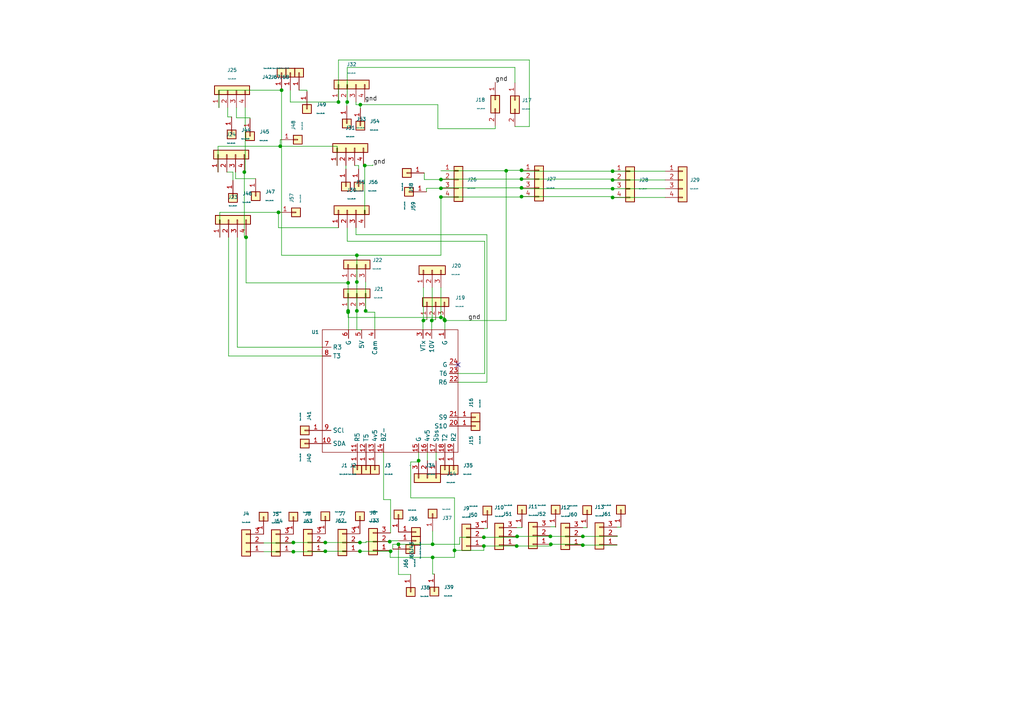
<source format=kicad_sch>
(kicad_sch (version 20230121) (generator eeschema)
  (paper "A4")
  (lib_symbols
    (symbol "Connector_Generic:Conn_01x01" (pin_names (offset 1.016) hide)
      (property "Reference" "J" (at 0 2.54 0))
      (property "Value" "Conn_01x01" (at 0 -2.54 0))
      (symbol "Conn_01x01_1_1"
        (rectangle (start -1.27 0.127) (end 0 -0.127) (stroke (width 0.1524)))
        (rectangle (start -1.27 1.27) (end 1.27 -1.27) (stroke (width 0.254)) (fill (type background)))
        (pin passive line (at -5.08 0 0) (length 3.81) (name "Pin_1") (number "1"))
      )
    )
    (symbol "Connector_Generic:Conn_01x03" (pin_names (offset 1.016) hide)
      (property "Reference" "J" (at 0 5.08 0))
      (property "Value" "Conn_01x03" (at 0 -5.08 0))
      (symbol "Conn_01x03_1_1"
        (rectangle (start -1.27 -2.413) (end 0 -2.667) (stroke (width 0.1524)))
        (rectangle (start -1.27 0.127) (end 0 -0.127) (stroke (width 0.1524)))
        (rectangle (start -1.27 2.667) (end 0 2.413) (stroke (width 0.1524)))
        (rectangle (start -1.27 3.81) (end 1.27 -3.81) (stroke (width 0.254)) (fill (type background)))
        (pin passive line (at -5.08 2.54 0) (length 3.81) (name "Pin_1") (number "1"))
        (pin passive line (at -5.08 0 0) (length 3.81) (name "Pin_2") (number "2"))
        (pin passive line (at -5.08 -2.54 0) (length 3.81) (name "Pin_3") (number "3"))
      )
    )
    (symbol "Connector_Generic:Conn_01x04" (pin_names (offset 1.016) hide)
      (property "Reference" "J" (at 0 5.08 0))
      (property "Value" "Conn_01x04" (at 0 -7.62 0))
      (symbol "Conn_01x04_1_1"
        (rectangle (start -1.27 -4.953) (end 0 -5.207) (stroke (width 0.1524)))
        (rectangle (start -1.27 -2.413) (end 0 -2.667) (stroke (width 0.1524)))
        (rectangle (start -1.27 0.127) (end 0 -0.127) (stroke (width 0.1524)))
        (rectangle (start -1.27 2.667) (end 0 2.413) (stroke (width 0.1524)))
        (rectangle (start -1.27 3.81) (end 1.27 -6.35) (stroke (width 0.254)) (fill (type background)))
        (pin passive line (at -5.08 2.54 0) (length 3.81) (name "Pin_1") (number "1"))
        (pin passive line (at -5.08 0 0) (length 3.81) (name "Pin_2") (number "2"))
        (pin passive line (at -5.08 -2.54 0) (length 3.81) (name "Pin_3") (number "3"))
        (pin passive line (at -5.08 -5.08 0) (length 3.81) (name "Pin_4") (number "4"))
      )
    )
    (symbol "Connector_Generic:Conn_02x01" (pin_names (offset 1.016) hide)
      (property "Reference" "J" (at 1.27 2.54 0))
      (property "Value" "Conn_02x01" (at 1.27 -2.54 0))
      (symbol "Conn_02x01_1_1"
        (rectangle (start -1.27 0.127) (end 0 -0.127) (stroke (width 0.1524)))
        (rectangle (start -1.27 1.27) (end 3.81 -1.27) (stroke (width 0.254)) (fill (type background)))
        (rectangle (start 3.81 0.127) (end 2.54 -0.127) (stroke (width 0.1524)))
        (pin passive line (at -5.08 0 0) (length 3.81) (name "Pin_1") (number "1"))
        (pin passive line (at 7.62 0 180) (length 3.81) (name "Pin_2") (number "2"))
      )
    )
    (symbol "Mateksys:F405_miniTE"
      (property "Reference" "U" (at 0 0 0))
      (symbol "F405_miniTE_0_1"
        (rectangle (start -25.4 39.37) (end 13.97 3.81))
      )
      (symbol "F405_miniTE_1_1"
        (pin input line (at 10.16 39.37 270) (length 2.54) (name "G") (number "1"))
        (pin input line (at -25.4 6.35 0) (length 2.54) (name "SDA") (number "10"))
        (pin input line (at -15.24 3.81 90) (length 2.54) (name "R5") (number "11"))
        (pin input line (at -12.7 3.81 90) (length 2.54) (name "T5") (number "12"))
        (pin input line (at -10.16 3.81 90) (length 2.54) (name "4v5") (number "13"))
        (pin input line (at -7.62 3.81 90) (length 2.54) (name "BZ-") (number "14"))
        (pin input line (at 2.54 3.81 90) (length 2.54) (name "G") (number "15"))
        (pin input line (at 5.08 3.81 90) (length 2.54) (name "4v5") (number "16"))
        (pin input line (at 7.62 3.81 90) (length 2.54) (name "Sbs") (number "17"))
        (pin input line (at 10.16 3.81 90) (length 2.54) (name "T2") (number "18"))
        (pin input line (at 12.7 3.81 90) (length 2.54) (name "R2") (number "19"))
        (pin input line (at 6.35 39.37 270) (length 2.54) (name "10V") (number "2"))
        (pin input line (at 13.97 11.43 180) (length 2.54) (name "S10") (number "20"))
        (pin input line (at 13.97 13.97 180) (length 2.54) (name "S9") (number "21"))
        (pin input line (at 13.97 24.13 180) (length 2.54) (name "R6") (number "22"))
        (pin input line (at 13.97 26.67 180) (length 2.54) (name "T6") (number "23"))
        (pin input line (at 13.97 29.21 180) (length 2.54) (name "G") (number "24"))
        (pin input line (at 3.81 39.37 270) (length 2.54) (name "VTx") (number "3"))
        (pin input line (at -10.16 39.37 270) (length 2.54) (name "Cam") (number "4"))
        (pin input line (at -13.97 39.37 270) (length 2.54) (name "5V") (number "5"))
        (pin input line (at -17.78 39.37 270) (length 2.54) (name "G") (number "6"))
        (pin input line (at -25.4 34.29 0) (length 2.54) (name "R3") (number "7"))
        (pin input line (at -25.4 31.75 0) (length 2.54) (name "T3") (number "8"))
        (pin input line (at -25.4 10.16 0) (length 2.54) (name "SCl") (number "9"))
      )
    )
  )
  (junction (at 131.826 159.639))
  (junction (at 151.257 51.943))
  (junction (at 140.335 158.369))
  (junction (at 113.03 157.099))
  (junction (at 104.521 30.353))
  (junction (at 149.987 155.575))
  (junction (at 122.809 92.964))
  (junction (at 127.889 54.61))
  (junction (at 85.09 160.02))
  (junction (at 159.766 157.861))
  (junction (at 125.476 161.671))
  (junction (at 70.866 49.911))
  (junction (at 177.673 52.197))
  (junction (at 129.032 92.964))
  (junction (at 81.28 42.418))
  (junction (at 149.86 158.369))
  (junction (at 127.889 52.07))
  (junction (at 127.889 92.075))
  (junction (at 94.361 157.353))
  (junction (at 151.257 49.403))
  (junction (at 71.374 68.834))
  (junction (at 151.257 57.023))
  (junction (at 125.222 92.964))
  (junction (at 151.257 54.483))
  (junction (at 125.476 157.861))
  (junction (at 104.394 159.893))
  (junction (at 81.661 26.162))
  (junction (at 177.673 54.737))
  (junction (at 103.505 81.788))
  (junction (at 115.57 157.861))
  (junction (at 100.711 29.591))
  (junction (at 159.639 155.575))
  (junction (at 80.772 61.595))
  (junction (at 100.965 90.551))
  (junction (at 177.673 57.277))
  (junction (at 169.037 158.115))
  (junction (at 106.045 90.17))
  (junction (at 121.412 133.604))
  (junction (at 104.394 157.353))
  (junction (at 103.505 74.041))
  (junction (at 105.791 48.006))
  (junction (at 98.171 29.591))
  (junction (at 100.965 90.17))
  (junction (at 127.889 57.15))
  (junction (at 100.965 82.042))
  (junction (at 146.812 49.53))
  (junction (at 85.09 157.353))
  (junction (at 128.905 92.71))
  (junction (at 103.505 90.17))
  (junction (at 177.673 49.657))
  (junction (at 140.335 155.829))
  (junction (at 94.361 159.893))
  (junction (at 169.037 155.575))
  (junction (at 113.284 159.893))
  (no_connect (at 132.842 105.791))
  (wire (pts (xy 66.04 33.909) (xy 67.183 33.909)))
  (wire (pts (xy 133.35 155.829) (xy 140.335 155.829)))
  (wire (pts (xy 100.584 30.734) (xy 100.584 29.591)))
  (wire (pts (xy 113.919 157.861) (xy 115.57 157.861)))
  (wire (pts (xy 140.335 159.639) (xy 140.335 158.369)))
  (wire (pts (xy 128.016 54.483) (xy 128.016 54.61)))
  (wire (pts (xy 81.28 42.418) (xy 97.79 42.418)))
  (wire (pts (xy 128.905 92.075) (xy 128.905 92.71)))
  (wire (pts (xy 104.013 48.006) (xy 104.013 49.022)))
  (wire (pts (xy 149.86 153.035) (xy 151.384 153.035)))
  (wire (pts (xy 121.412 131.191) (xy 121.412 133.604)))
  (wire (pts (xy 177.673 57.277) (xy 192.913 57.277)))
  (wire (pts (xy 131.826 159.639) (xy 140.335 159.639)))
  (wire (pts (xy 100.965 82.042) (xy 71.374 82.042)))
  (wire (pts (xy 70.866 49.911) (xy 70.866 68.834)))
  (wire (pts (xy 103.251 30.353) (xy 104.521 30.353)))
  (wire (pts (xy 66.294 103.251) (xy 93.472 103.251)))
  (wire (pts (xy 98.171 17.399) (xy 98.171 29.591)))
  (wire (pts (xy 126.365 92.71) (xy 125.095 92.71)))
  (wire (pts (xy 140.589 69.977) (xy 100.711 69.977)))
  (wire (pts (xy 123.698 54.61) (xy 123.698 55.626)))
  (wire (pts (xy 125.476 154.051) (xy 125.476 157.861)))
  (wire (pts (xy 151.257 54.483) (xy 128.016 54.483)))
  (wire (pts (xy 105.41 48.006) (xy 105.791 48.006)))
  (wire (pts (xy 84.963 157.48) (xy 76.454 157.48)))
  (wire (pts (xy 123.19 92.964) (xy 122.809 92.964)))
  (wire (pts (xy 115.57 156.845) (xy 113.03 156.845)))
  (wire (pts (xy 101.092 90.551) (xy 100.965 90.551)))
  (wire (pts (xy 127.889 51.943) (xy 127.889 52.07)))
  (wire (pts (xy 149.352 36.703) (xy 153.543 36.703)))
  (wire (pts (xy 100.965 82.042) (xy 100.965 90.17)))
  (wire (pts (xy 115.57 157.861) (xy 125.476 157.861)))
  (wire (pts (xy 129.032 95.631) (xy 129.032 92.964)))
  (wire (pts (xy 108.077 47.879) (xy 108.077 48.006)))
  (wire (pts (xy 149.352 24.003) (xy 149.352 19.558)))
  (wire (pts (xy 125.476 166.497) (xy 125.984 166.497)))
  (wire (pts (xy 127.889 57.15) (xy 151.257 57.15)))
  (wire (pts (xy 84.201 29.591) (xy 98.171 29.591)))
  (wire (pts (xy 113.157 161.671) (xy 113.157 160.401)))
  (wire (pts (xy 97.79 42.418) (xy 97.79 48.006)))
  (wire (pts (xy 143.637 37.338) (xy 143.637 36.576)))
  (wire (pts (xy 81.661 26.162) (xy 63.5 26.162)))
  (wire (pts (xy 81.661 74.041) (xy 103.505 74.041)))
  (wire (pts (xy 177.673 49.657) (xy 151.257 49.657)))
  (wire (pts (xy 119.126 133.985) (xy 119.126 144.399)))
  (wire (pts (xy 179.07 155.575) (xy 179.07 155.448)))
  (wire (pts (xy 106.172 157.099) (xy 106.172 157.353)))
  (wire (pts (xy 151.384 153.035) (xy 151.384 152.908)))
  (wire (pts (xy 108.204 47.879) (xy 108.077 47.879)))
  (wire (pts (xy 141.224 110.871) (xy 132.842 110.871)))
  (wire (pts (xy 100.965 90.551) (xy 100.965 92.075)))
  (wire (pts (xy 151.257 51.943) (xy 177.673 51.943)))
  (wire (pts (xy 103.251 68.072) (xy 141.224 68.072)))
  (wire (pts (xy 63.246 49.911) (xy 63.246 42.418)))
  (wire (pts (xy 80.772 61.595) (xy 63.754 61.595)))
  (wire (pts (xy 100.584 29.591) (xy 100.711 29.591)))
  (wire (pts (xy 149.987 155.575) (xy 159.639 155.575)))
  (wire (pts (xy 149.987 155.829) (xy 149.987 155.575)))
  (wire (pts (xy 125.476 157.861) (xy 133.35 157.861)))
  (wire (pts (xy 113.284 154.559) (xy 113.284 144.907)))
  (wire (pts (xy 119.126 144.399) (xy 131.826 144.399)))
  (wire (pts (xy 105.791 48.006) (xy 108.077 48.006)))
  (wire (pts (xy 179.07 155.448) (xy 178.943 155.448)))
  (wire (pts (xy 68.326 49.911) (xy 68.326 51.816)))
  (wire (pts (xy 108.712 90.551) (xy 106.045 90.551)))
  (wire (pts (xy 146.812 92.964) (xy 146.812 49.53)))
  (wire (pts (xy 100.965 82.042) (xy 100.965 81.788)))
  (wire (pts (xy 125.222 92.964) (xy 125.349 92.964)))
  (wire (pts (xy 149.352 19.558) (xy 100.711 19.558)))
  (wire (pts (xy 66.04 31.242) (xy 66.04 33.909)))
  (wire (pts (xy 85.09 157.099) (xy 85.09 157.353)))
  (wire (pts (xy 140.335 153.289) (xy 141.351 153.289)))
  (wire (pts (xy 100.711 19.558) (xy 100.711 29.591)))
  (wire (pts (xy 127.889 52.07) (xy 123.063 52.07)))
  (wire (pts (xy 141.224 68.072) (xy 141.224 110.871)))
  (wire (pts (xy 111.252 131.191) (xy 111.252 144.907)))
  (wire (pts (xy 149.86 158.369) (xy 159.766 158.369)))
  (wire (pts (xy 131.826 144.399) (xy 131.826 159.639)))
  (wire (pts (xy 122.809 92.964) (xy 122.809 83.439)))
  (wire (pts (xy 123.952 133.604) (xy 123.952 131.191)))
  (wire (pts (xy 151.257 57.023) (xy 177.673 57.023)))
  (wire (pts (xy 104.394 157.353) (xy 106.172 157.353)))
  (wire (pts (xy 105.791 48.006) (xy 105.791 66.04)))
  (wire (pts (xy 81.28 42.418) (xy 81.28 40.513)))
  (wire (pts (xy 103.505 95.631) (xy 104.902 95.631)))
  (wire (pts (xy 71.12 49.911) (xy 70.866 49.911)))
  (wire (pts (xy 106.045 90.17) (xy 106.045 81.788)))
  (wire (pts (xy 159.766 157.861) (xy 159.639 157.861)))
  (wire (pts (xy 159.766 157.861) (xy 169.037 157.861)))
  (wire (pts (xy 159.639 152.781) (xy 161.163 152.781)))
  (wire (pts (xy 151.257 49.657) (xy 151.257 49.403)))
  (wire (pts (xy 100.33 48.006) (xy 100.33 49.022)))
  (wire (pts (xy 94.361 160.02) (xy 94.361 159.893)))
  (wire (pts (xy 127.889 74.041) (xy 127.889 57.15)))
  (wire (pts (xy 86.741 26.162) (xy 89.027 26.162)))
  (wire (pts (xy 71.12 31.242) (xy 71.12 49.911)))
  (wire (pts (xy 67.564 49.911) (xy 67.564 52.324)))
  (wire (pts (xy 85.09 160.02) (xy 94.361 160.02)))
  (wire (pts (xy 127.889 92.075) (xy 128.905 92.075)))
  (wire (pts (xy 129.032 92.71) (xy 129.032 92.964)))
  (wire (pts (xy 146.812 49.403) (xy 151.257 49.403)))
  (wire (pts (xy 121.412 133.604) (xy 121.412 133.985)))
  (wire (pts (xy 127.889 54.61) (xy 123.698 54.61)))
  (wire (pts (xy 169.037 153.035) (xy 170.307 153.035)))
  (wire (pts (xy 125.095 92.71) (xy 125.095 92.964)))
  (wire (pts (xy 122.682 95.631) (xy 122.682 92.964)))
  (wire (pts (xy 103.251 66.04) (xy 103.251 68.072)))
  (wire (pts (xy 132.842 108.331) (xy 140.589 108.331)))
  (wire (pts (xy 125.222 95.631) (xy 125.222 92.964)))
  (wire (pts (xy 159.766 158.369) (xy 159.766 157.861)))
  (wire (pts (xy 127 37.338) (xy 143.637 37.338)))
  (wire (pts (xy 93.472 100.711) (xy 68.834 100.711)))
  (wire (pts (xy 123.825 92.71) (xy 123.19 92.71)))
  (wire (pts (xy 103.505 74.041) (xy 103.505 81.788)))
  (wire (pts (xy 85.09 157.353) (xy 85.09 157.48)))
  (wire (pts (xy 141.351 153.289) (xy 141.351 153.162)))
  (wire (pts (xy 71.374 68.834) (xy 71.374 82.042)))
  (wire (pts (xy 126.492 133.604) (xy 126.492 131.191)))
  (wire (pts (xy 192.913 49.657) (xy 177.673 49.657)))
  (wire (pts (xy 128.905 92.71) (xy 129.032 92.71)))
  (wire (pts (xy 127.889 54.61) (xy 128.016 54.61)))
  (wire (pts (xy 153.543 17.399) (xy 98.171 17.399)))
  (wire (pts (xy 103.251 29.591) (xy 103.251 30.353)))
  (wire (pts (xy 123.19 92.71) (xy 123.19 92.964)))
  (wire (pts (xy 125.476 161.671) (xy 131.826 161.671)))
  (wire (pts (xy 98.171 66.04) (xy 80.772 66.04)))
  (wire (pts (xy 70.866 68.834) (xy 71.374 68.834)))
  (wire (pts (xy 125.349 83.439) (xy 125.349 92.964)))
  (wire (pts (xy 76.454 160.02) (xy 85.09 160.02)))
  (wire (pts (xy 140.589 108.331) (xy 140.589 69.977)))
  (wire (pts (xy 104.521 31.369) (xy 104.521 30.353)))
  (wire (pts (xy 125.095 92.964) (xy 125.222 92.964)))
  (wire (pts (xy 101.092 95.631) (xy 101.092 90.551)))
  (wire (pts (xy 127.889 51.943) (xy 151.257 51.943)))
  (wire (pts (xy 66.294 68.834) (xy 66.294 103.251)))
  (wire (pts (xy 161.163 152.781) (xy 161.163 152.908)))
  (wire (pts (xy 100.965 90.17) (xy 100.965 90.551)))
  (wire (pts (xy 63.246 42.418) (xy 81.28 42.418)))
  (wire (pts (xy 159.639 155.575) (xy 169.037 155.575)))
  (wire (pts (xy 151.257 57.15) (xy 151.257 57.023)))
  (wire (pts (xy 131.826 159.639) (xy 131.826 161.671)))
  (wire (pts (xy 103.505 74.041) (xy 127.889 74.041)))
  (wire (pts (xy 68.58 31.242) (xy 68.58 34.163)))
  (wire (pts (xy 159.639 155.321) (xy 159.639 155.575)))
  (wire (pts (xy 113.284 144.907) (xy 111.252 144.907)))
  (wire (pts (xy 146.812 49.53) (xy 146.812 49.403)))
  (wire (pts (xy 177.673 54.737) (xy 151.257 54.737)))
  (wire (pts (xy 104.394 159.893) (xy 113.284 159.893)))
  (wire (pts (xy 84.963 157.099) (xy 85.09 157.099)))
  (wire (pts (xy 149.86 158.115) (xy 149.86 158.369)))
  (wire (pts (xy 94.361 159.893) (xy 104.394 159.893)))
  (wire (pts (xy 177.673 52.197) (xy 177.673 51.943)))
  (wire (pts (xy 122.682 92.964) (xy 122.809 92.964)))
  (wire (pts (xy 89.027 26.162) (xy 89.027 26.543)))
  (wire (pts (xy 123.063 52.07) (xy 123.063 50.165)))
  (wire (pts (xy 65.786 49.911) (xy 67.564 49.911)))
  (wire (pts (xy 129.032 92.964) (xy 146.812 92.964)))
  (wire (pts (xy 115.57 157.861) (xy 115.57 166.624)))
  (wire (pts (xy 192.913 52.197) (xy 177.673 52.197)))
  (wire (pts (xy 192.913 54.737) (xy 177.673 54.737)))
  (wire (pts (xy 140.335 155.829) (xy 149.987 155.829)))
  (wire (pts (xy 178.943 158.115) (xy 178.943 157.988)))
  (wire (pts (xy 81.661 26.162) (xy 81.661 74.041)))
  (wire (pts (xy 169.037 157.861) (xy 169.037 158.115)))
  (wire (pts (xy 113.284 159.893) (xy 113.284 160.401)))
  (wire (pts (xy 113.919 159.258) (xy 113.919 157.861)))
  (wire (pts (xy 72.517 34.163) (xy 72.517 34.417)))
  (wire (pts (xy 84.963 157.48) (xy 84.963 157.099)))
  (wire (pts (xy 121.412 133.985) (xy 119.126 133.985)))
  (wire (pts (xy 133.35 157.861) (xy 133.35 155.829)))
  (wire (pts (xy 80.772 66.04) (xy 80.772 61.595)))
  (wire (pts (xy 149.86 155.575) (xy 149.987 155.575)))
  (wire (pts (xy 127.889 92.075) (xy 127.889 83.439)))
  (wire (pts (xy 84.201 26.162) (xy 84.201 29.591)))
  (wire (pts (xy 68.834 100.711) (xy 68.834 68.834)))
  (wire (pts (xy 177.673 57.023) (xy 177.673 57.277)))
  (wire (pts (xy 108.712 95.631) (xy 108.712 90.551)))
  (wire (pts (xy 68.326 51.816) (xy 74.168 51.816)))
  (wire (pts (xy 169.037 158.115) (xy 178.943 158.115)))
  (wire (pts (xy 106.045 90.17) (xy 106.045 90.551)))
  (wire (pts (xy 115.57 166.624) (xy 119.126 166.624)))
  (wire (pts (xy 113.284 159.639) (xy 113.284 159.893)))
  (wire (pts (xy 102.87 48.006) (xy 104.013 48.006)))
  (wire (pts (xy 68.58 34.163) (xy 72.517 34.163)))
  (wire (pts (xy 104.521 30.353) (xy 127 30.353)))
  (wire (pts (xy 103.505 90.17) (xy 103.505 95.631)))
  (wire (pts (xy 178.943 152.908) (xy 180.086 152.908)))
  (wire (pts (xy 103.505 81.788) (xy 103.505 90.17)))
  (wire (pts (xy 63.754 61.595) (xy 63.754 68.834)))
  (wire (pts (xy 113.03 156.845) (xy 113.03 157.099)))
  (wire (pts (xy 100.965 92.075) (xy 127.889 92.075)))
  (wire (pts (xy 153.543 36.703) (xy 153.543 17.399)))
  (wire (pts (xy 151.257 54.737) (xy 151.257 54.483)))
  (wire (pts (xy 169.037 155.575) (xy 179.07 155.575)))
  (wire (pts (xy 63.5 26.162) (xy 63.5 31.242)))
  (wire (pts (xy 127.889 49.53) (xy 146.812 49.53)))
  (wire (pts (xy 85.09 157.353) (xy 94.361 157.353)))
  (wire (pts (xy 94.361 157.353) (xy 104.394 157.353)))
  (wire (pts (xy 113.157 160.401) (xy 113.284 160.401)))
  (wire (pts (xy 127 30.353) (xy 127 37.338)))
  (wire (pts (xy 140.335 158.369) (xy 149.86 158.369)))
  (wire (pts (xy 125.476 161.671) (xy 125.476 166.497)))
  (wire (pts (xy 100.711 69.977) (xy 100.711 66.04)))
  (wire (pts (xy 113.03 157.099) (xy 113.284 157.099)))
  (wire (pts (xy 106.172 157.099) (xy 113.03 157.099)))
  (wire (pts (xy 113.157 161.671) (xy 125.476 161.671)))
  (label "gnd" (at 108.204 47.879 0))
  (label "gnd" (at 105.791 29.591 0))
  (label "gnd" (at 135.763 92.964 0))
  (label "gnd" (at 143.637 23.876 0))
  (symbol (lib_id "Connector_Generic:Conn_01x01") (at 137.922 121.031 0) (unit 1)
    (property "Reference" "J16" (at 136.652 118.237 90) (effects (font (size 1 1)) (justify left)))
    (property "Value" "Conn_01x01" (at 139.192 118.237 90) (effects (font (size 0.26 0.26)) (justify left)))
    (property "Footprint" "Matek_Library:SolderWirePad_1x01_SMD_1x1mm" (effects hide))
  )
  (symbol (lib_id "Connector_Generic:Conn_01x03") (at 123.952 138.684 270) (unit 1)
    (property "Reference" "J14" (at 129.54 137.414 90) (effects (font (size 1 1)) (justify left)))
    (property "Value" "Conn_01x03" (at 129.54 139.954 90) (effects (font (size 0.26 0.26)) (justify left)))
    (property "Footprint" "Connector_PinHeader_2.54mm:PinHeader_1x03_P2.54mm_Vertical" (effects hide))
  )
  (symbol (lib_id "Connector_Generic:Conn_01x01") (at 100.33 54.102 270) (unit 1)
    (property "Reference" "J55" (at 103.124 52.832 90) (effects (font (size 1 1)) (justify left)))
    (property "Value" "Conn_01x01" (at 103.124 55.372 90) (effects (font (size 0.26 0.26)) (justify left)))
    (property "Footprint" "Matek_Library:SolderWirePad_1x01_SMD_1x1mm" (effects hide))
  )
  (symbol (lib_id "Connector_Generic:Conn_01x03") (at 103.505 76.708 90) (unit 1)
    (property "Reference" "J22" (at 108.077 75.438 90) (effects (font (size 1 1)) (justify right)))
    (property "Value" "Conn_01x03" (at 108.077 77.978 90) (effects (font (size 0.26 0.26)) (justify right)))
    (property "Footprint" "Connector_PinHeader_2.54mm:PinHeader_1x03_P2.54mm_Vertical" (effects hide))
  )
  (symbol (lib_id "Connector_Generic:Conn_01x03") (at 89.281 157.353 180) (unit 1)
    (property "Reference" "J6" (at 89.281 148.971 0) (effects (font (size 1 1))))
    (property "Value" "Conn_01x03" (at 89.281 151.511 0) (effects (font (size 0.26 0.26))))
    (property "Footprint" "Connector_PinHeader_2.54mm:PinHeader_1x03_P2.54mm_Vertical" (effects hide))
  )
  (symbol (lib_id "Connector_Generic:Conn_01x03") (at 108.204 157.099 180) (unit 1)
    (property "Reference" "J8" (at 108.204 148.717 0) (effects (font (size 1 1))))
    (property "Value" "Conn_01x03" (at 108.204 151.257 0) (effects (font (size 0.26 0.26))))
    (property "Footprint" "Connector_PinHeader_2.54mm:PinHeader_1x03_P2.54mm_Vertical" (effects hide))
  )
  (symbol (lib_id "Connector_Generic:Conn_01x03") (at 144.78 155.575 180) (unit 1)
    (property "Reference" "J10" (at 144.78 147.193 0) (effects (font (size 1 1))))
    (property "Value" "Conn_01x03" (at 144.78 149.733 0) (effects (font (size 0.26 0.26))))
    (property "Footprint" "Connector_PinHeader_2.54mm:PinHeader_1x03_P2.54mm_Vertical" (effects hide))
  )
  (symbol (lib_id "Connector_Generic:Conn_02x01") (at 143.637 28.956 270) (unit 1)
    (property "Reference" "J18" (at 140.716 28.956 90) (effects (font (size 1 1)) (justify right)))
    (property "Value" "Conn_02x01" (at 140.716 31.496 90) (effects (font (size 0.26 0.26)) (justify right)))
    (property "Footprint" "Connector_PinSocket_2.54mm:PinSocket_2x01_P2.54mm_Vertical" (effects hide))
  )
  (symbol (lib_id "Connector_Generic:Conn_01x03") (at 103.505 85.09 90) (unit 1)
    (property "Reference" "J21" (at 108.458 83.82 90) (effects (font (size 1 1)) (justify right)))
    (property "Value" "Conn_01x03" (at 108.458 86.36 90) (effects (font (size 0.26 0.26)) (justify right)))
    (property "Footprint" "Connector_PinHeader_2.54mm:PinHeader_1x03_P2.54mm_Vertical" (effects hide))
  )
  (symbol (lib_id "Connector_Generic:Conn_01x01") (at 120.65 156.845 0) (mirror x) (unit 1)
    (property "Reference" "J65" (at 119.38 159.639 90) (effects (font (size 1 1)) (justify left)))
    (property "Value" "Conn_01x01" (at 121.92 159.639 90) (effects (font (size 0.26 0.26)) (justify left)))
    (property "Footprint" "Matek_Library:SolderWirePad_1x01_SMD_1x1mm" (effects hide))
  )
  (symbol (lib_id "Connector_Generic:Conn_01x01") (at 151.384 147.828 90) (unit 1)
    (property "Reference" "J51" (at 148.59 149.098 90) (effects (font (size 1 1)) (justify left)))
    (property "Value" "Conn_01x01" (at 148.59 146.558 90) (effects (font (size 0.26 0.26)) (justify left)))
    (property "Footprint" "Matek_Library:SolderWirePad_1x01_SMD_1x1mm" (effects hide))
  )
  (symbol (lib_id "Connector_Generic:Conn_01x01") (at 104.394 149.733 270) (mirror x) (unit 1)
    (property "Reference" "J33" (at 107.188 151.003 90) (effects (font (size 1 1)) (justify left)))
    (property "Value" "Conn_01x01" (at 107.188 148.463 90) (effects (font (size 0.26 0.26)) (justify left)))
    (property "Footprint" "Matek_Library:SolderWirePad_1x01_SMD_1x1mm" (effects hide))
  )
  (symbol (lib_id "Connector_Generic:Conn_01x03") (at 163.957 155.575 180) (unit 1)
    (property "Reference" "J12" (at 163.957 147.193 0) (effects (font (size 1 1))))
    (property "Value" "Conn_01x03" (at 163.957 149.733 0) (effects (font (size 0.26 0.26))))
    (property "Footprint" "Connector_PinHeader_2.54mm:PinHeader_1x03_P2.54mm_Vertical" (effects hide))
  )
  (symbol (lib_id "Mateksys:F405_miniTE") (at 118.872 135.001 0) (unit 1)
    (property "Reference" "U1" (at 91.44 96.3229 0) (effects (font (size 1 1))))
    (property "Value" "~" (at 118.872 135.001 0) (effects (font (size 0.26 0.26))))
    (property "Footprint" "Matek_Library:Matek_mini_fte" (effects hide))
  )
  (symbol (lib_id "Connector_Generic:Conn_01x01") (at 141.351 148.082 90) (unit 1)
    (property "Reference" "J50" (at 138.557 149.352 90) (effects (font (size 1 1)) (justify left)))
    (property "Value" "Conn_01x01" (at 138.557 146.812 90) (effects (font (size 0.26 0.26)) (justify left)))
    (property "Footprint" "Matek_Library:SolderWirePad_1x01_SMD_1x1mm" (effects hide))
  )
  (symbol (lib_id "Connector_Generic:Conn_01x01") (at 170.307 147.955 90) (unit 1)
    (property "Reference" "J60" (at 167.513 149.225 90) (effects (font (size 1 1)) (justify left)))
    (property "Value" "Conn_01x01" (at 167.513 146.685 90) (effects (font (size 0.26 0.26)) (justify left)))
    (property "Footprint" "Matek_Library:SolderWirePad_1x01_SMD_1x1mm" (effects hide))
  )
  (symbol (lib_id "Connector_Generic:Conn_01x01") (at 88.392 128.651 180) (unit 1)
    (property "Reference" "J40" (at 89.662 131.445 90) (effects (font (size 1 1)) (justify left)))
    (property "Value" "Conn_01x01" (at 87.122 131.445 90) (effects (font (size 0.26 0.26)) (justify left)))
    (property "Footprint" "Matek_Library:SolderWirePad_1x01_SMD_1x1mm" (effects hide))
  )
  (symbol (lib_id "Connector_Generic:Conn_01x01") (at 104.521 36.449 270) (unit 1)
    (property "Reference" "J54" (at 107.315 35.179 90) (effects (font (size 1 1)) (justify left)))
    (property "Value" "Conn_01x01" (at 107.315 37.719 90) (effects (font (size 0.26 0.26)) (justify left)))
    (property "Footprint" "Matek_Library:SolderWirePad_1x01_SMD_1x1mm" (effects hide))
  )
  (symbol (lib_id "Connector_Generic:Conn_01x01") (at 131.572 136.271 270) (unit 1)
    (property "Reference" "J35" (at 134.366 135.001 90) (effects (font (size 1 1)) (justify left)))
    (property "Value" "Conn_01x01" (at 134.366 137.541 90) (effects (font (size 0.26 0.26)) (justify left)))
    (property "Footprint" "Matek_Library:SolderWirePad_1x01_SMD_1x1mm" (effects hide))
  )
  (symbol (lib_id "Connector_Generic:Conn_01x01") (at 67.564 57.404 270) (unit 1)
    (property "Reference" "J46" (at 70.358 56.134 90) (effects (font (size 1 1)) (justify left)))
    (property "Value" "Conn_01x01" (at 70.358 58.674 90) (effects (font (size 0.26 0.26)) (justify left)))
    (property "Footprint" "Matek_Library:SolderWirePad_1x01_SMD_1x1mm" (effects hide))
  )
  (symbol (lib_id "Connector_Generic:Conn_01x01") (at 104.013 54.102 270) (unit 1)
    (property "Reference" "J56" (at 106.807 52.832 90) (effects (font (size 1 1)) (justify left)))
    (property "Value" "Conn_01x01" (at 106.807 55.372 90) (effects (font (size 0.26 0.26)) (justify left)))
    (property "Footprint" "Matek_Library:SolderWirePad_1x01_SMD_1x1mm" (effects hide))
  )
  (symbol (lib_id "Connector_Generic:Conn_01x03") (at 125.349 78.359 90) (unit 1)
    (property "Reference" "J20" (at 130.937 77.089 90) (effects (font (size 1 1)) (justify right)))
    (property "Value" "Conn_01x03" (at 130.937 79.629 90) (effects (font (size 0.26 0.26)) (justify right)))
    (property "Footprint" "Connector_PinHeader_2.54mm:PinHeader_1x03_P2.54mm_Vertical" (effects hide))
  )
  (symbol (lib_id "Connector_Generic:Conn_01x04") (at 100.33 42.926 90) (unit 1)
    (property "Reference" "J31" (at 101.6 37.084 90) (effects (font (size 1 1))))
    (property "Value" "Conn_01x04" (at 101.6 39.624 90) (effects (font (size 0.26 0.26))))
    (property "Footprint" "Connector_PinHeader_2.54mm:PinHeader_1x04_P2.54mm_Vertical" (effects hide))
  )
  (symbol (lib_id "Connector_Generic:Conn_01x01") (at 108.712 136.271 270) (unit 1)
    (property "Reference" "J3" (at 111.506 135.001 90) (effects (font (size 1 1)) (justify left)))
    (property "Value" "Conn_01x01" (at 111.506 137.541 90) (effects (font (size 0.26 0.26)) (justify left)))
    (property "Footprint" "Matek_Library:SolderWirePad_1x01_SMD_1x1mm" (effects hide))
  )
  (symbol (lib_id "Connector_Generic:Conn_01x01") (at 84.201 21.082 90) (unit 1)
    (property "Reference" "J67" (at 81.407 22.352 90) (effects (font (size 1 1)) (justify left)))
    (property "Value" "Conn_01x01" (at 81.407 19.812 90) (effects (font (size 0.26 0.26)) (justify left)))
    (property "Footprint" "Matek_Library:SolderWirePad_1x01_SMD_1x1mm" (effects hide))
  )
  (symbol (lib_id "Connector_Generic:Conn_01x01") (at 161.163 147.828 90) (unit 1)
    (property "Reference" "J52" (at 158.369 149.098 90) (effects (font (size 1 1)) (justify left)))
    (property "Value" "Conn_01x01" (at 158.369 146.558 90) (effects (font (size 0.26 0.26)) (justify left)))
    (property "Footprint" "Matek_Library:SolderWirePad_1x01_SMD_1x1mm" (effects hide))
  )
  (symbol (lib_id "Connector_Generic:Conn_01x04") (at 156.337 51.943 0) (unit 1)
    (property "Reference" "J27" (at 158.496 51.943 0) (effects (font (size 1 1)) (justify left)))
    (property "Value" "Conn_01x04" (at 158.496 54.483 0) (effects (font (size 0.26 0.26)) (justify left)))
    (property "Footprint" "Connector_PinHeader_2.54mm:PinHeader_1x04_P2.54mm_Vertical" (effects hide))
  )
  (symbol (lib_id "Connector_Generic:Conn_01x01") (at 85.852 61.595 0) (unit 1)
    (property "Reference" "J57" (at 84.582 58.801 90) (effects (font (size 1 1)) (justify left)))
    (property "Value" "Conn_01x01" (at 87.122 58.801 90) (effects (font (size 0.26 0.26)) (justify left)))
    (property "Footprint" "Matek_Library:SolderWirePad_1x01_SMD_1x1mm" (effects hide))
  )
  (symbol (lib_id "Connector_Generic:Conn_01x01") (at 137.922 123.571 0) (mirror x) (unit 1)
    (property "Reference" "J15" (at 136.652 126.365 90) (effects (font (size 1 1)) (justify left)))
    (property "Value" "Conn_01x01" (at 139.192 126.365 90) (effects (font (size 0.26 0.26)) (justify left)))
    (property "Footprint" "Matek_Library:SolderWirePad_1x01_SMD_1x1mm" (effects hide))
  )
  (symbol (lib_id "Connector_Generic:Conn_01x04") (at 66.294 63.754 90) (unit 1)
    (property "Reference" "J23" (at 67.564 57.15 90) (effects (font (size 1 1))))
    (property "Value" "Conn_01x04" (at 67.564 59.69 90) (effects (font (size 0.26 0.26))))
    (property "Footprint" "Connector_PinHeader_2.54mm:PinHeader_1x04_P2.54mm_Vertical" (effects hide))
  )
  (symbol (lib_id "Connector_Generic:Conn_01x01") (at 81.661 21.082 90) (unit 1)
    (property "Reference" "J42" (at 78.867 22.352 90) (effects (font (size 1 1)) (justify left)))
    (property "Value" "Conn_01x01" (at 78.867 19.812 90) (effects (font (size 0.26 0.26)) (justify left)))
    (property "Footprint" "Matek_Library:SolderWirePad_1x01_SMD_1x1mm" (effects hide))
  )
  (symbol (lib_id "Connector_Generic:Conn_01x01") (at 86.36 40.513 0) (unit 1)
    (property "Reference" "J48" (at 85.09 37.719 90) (effects (font (size 1 1)) (justify left)))
    (property "Value" "Conn_01x01" (at 87.63 37.719 90) (effects (font (size 0.26 0.26)) (justify left)))
    (property "Footprint" "Matek_Library:SolderWirePad_1x01_SMD_1x1mm" (effects hide))
  )
  (symbol (lib_id "Connector_Generic:Conn_01x04") (at 197.993 52.197 0) (unit 1)
    (property "Reference" "J29" (at 200.152 52.197 0) (effects (font (size 1 1)) (justify left)))
    (property "Value" "Conn_01x04" (at 200.152 54.737 0) (effects (font (size 0.26 0.26)) (justify left)))
    (property "Footprint" "Connector_PinHeader_2.54mm:PinHeader_1x04_P2.54mm_Vertical" (effects hide))
  )
  (symbol (lib_id "Connector_Generic:Conn_01x01") (at 94.361 149.733 270) (mirror x) (unit 1)
    (property "Reference" "J62" (at 97.155 151.003 90) (effects (font (size 1 1)) (justify left)))
    (property "Value" "Conn_01x01" (at 97.155 148.463 90) (effects (font (size 0.26 0.26)) (justify left)))
    (property "Footprint" "Matek_Library:SolderWirePad_1x01_SMD_1x1mm" (effects hide))
  )
  (symbol (lib_id "Connector_Generic:Conn_01x01") (at 125.984 171.577 270) (unit 1)
    (property "Reference" "J39" (at 128.778 170.307 90) (effects (font (size 1 1)) (justify left)))
    (property "Value" "Conn_01x01" (at 128.778 172.847 90) (effects (font (size 0.26 0.26)) (justify left)))
    (property "Footprint" "Matek_Library:SolderWirePad_1x01_SMD_1x1mm" (effects hide))
  )
  (symbol (lib_id "Connector_Generic:Conn_01x04") (at 66.04 26.162 90) (unit 1)
    (property "Reference" "J25" (at 67.31 20.32 90) (effects (font (size 1 1))))
    (property "Value" "Conn_01x04" (at 67.31 22.86 90) (effects (font (size 0.26 0.26))))
    (property "Footprint" "Connector_PinHeader_2.54mm:PinHeader_1x04_P2.54mm_Vertical" (effects hide))
  )
  (symbol (lib_id "Connector_Generic:Conn_01x01") (at 67.183 38.989 270) (unit 1)
    (property "Reference" "J44" (at 69.977 37.719 90) (effects (font (size 1 1)) (justify left)))
    (property "Value" "Conn_01x01" (at 69.977 40.259 90) (effects (font (size 0.26 0.26)) (justify left)))
    (property "Footprint" "Matek_Library:SolderWirePad_1x01_SMD_1x1mm" (effects hide))
  )
  (symbol (lib_id "Connector_Generic:Conn_01x01") (at 100.584 35.814 270) (unit 1)
    (property "Reference" "J53" (at 103.378 34.544 90) (effects (font (size 1 1)) (justify left)))
    (property "Value" "Conn_01x01" (at 103.378 37.084 90) (effects (font (size 0.26 0.26)) (justify left)))
    (property "Footprint" "Matek_Library:SolderWirePad_1x01_SMD_1x1mm" (effects hide))
  )
  (symbol (lib_id "Connector_Generic:Conn_01x04") (at 65.786 44.831 90) (unit 1)
    (property "Reference" "J24" (at 67.056 38.989 90) (effects (font (size 1 1))))
    (property "Value" "Conn_01x04" (at 67.056 41.529 90) (effects (font (size 0.26 0.26))))
    (property "Footprint" "Connector_PinHeader_2.54mm:PinHeader_1x04_P2.54mm_Vertical" (effects hide))
  )
  (symbol (lib_id "Connector_Generic:Conn_01x01") (at 76.454 149.86 270) (mirror x) (unit 1)
    (property "Reference" "J64" (at 79.248 151.13 90) (effects (font (size 1 1)) (justify left)))
    (property "Value" "Conn_01x01" (at 79.248 148.59 90) (effects (font (size 0.26 0.26)) (justify left)))
    (property "Footprint" "Matek_Library:SolderWirePad_1x01_SMD_1x1mm" (effects hide))
  )
  (symbol (lib_id "Connector_Generic:Conn_01x03") (at 99.314 157.353 180) (unit 1)
    (property "Reference" "J7" (at 99.314 148.971 0) (effects (font (size 1 1))))
    (property "Value" "Conn_01x03" (at 99.314 151.511 0) (effects (font (size 0.26 0.26))))
    (property "Footprint" "Connector_PinHeader_2.54mm:PinHeader_1x03_P2.54mm_Vertical" (effects hide))
  )
  (symbol (lib_id "Connector_Generic:Conn_01x01") (at 88.392 124.841 0) (mirror y) (unit 1)
    (property "Reference" "J41" (at 89.662 122.047 90) (effects (font (size 1 1)) (justify left)))
    (property "Value" "Conn_01x01" (at 87.122 122.047 90) (effects (font (size 0.26 0.26)) (justify left)))
    (property "Footprint" "Matek_Library:SolderWirePad_1x01_SMD_1x1mm" (effects hide))
  )
  (symbol (lib_id "Connector_Generic:Conn_01x04") (at 100.711 24.511 90) (unit 1)
    (property "Reference" "J32" (at 101.981 18.669 90) (effects (font (size 1 1))))
    (property "Value" "Conn_01x04" (at 101.981 21.209 90) (effects (font (size 0.26 0.26))))
    (property "Footprint" "Connector_PinHeader_2.54mm:PinHeader_1x04_P2.54mm_Vertical" (effects hide))
  )
  (symbol (lib_id "Connector_Generic:Conn_01x01") (at 180.086 147.828 90) (unit 1)
    (property "Reference" "J61" (at 177.292 149.098 90) (effects (font (size 1 1)) (justify left)))
    (property "Value" "Conn_01x01" (at 177.292 146.558 90) (effects (font (size 0.26 0.26)) (justify left)))
    (property "Footprint" "Matek_Library:SolderWirePad_1x01_SMD_1x1mm" (effects hide))
  )
  (symbol (lib_id "Connector_Generic:Conn_01x03") (at 154.559 155.321 180) (unit 1)
    (property "Reference" "J11" (at 154.559 146.939 0) (effects (font (size 1 1))))
    (property "Value" "Conn_01x03" (at 154.559 149.479 0) (effects (font (size 0.26 0.26))))
    (property "Footprint" "Connector_PinHeader_2.54mm:PinHeader_1x03_P2.54mm_Vertical" (effects hide))
  )
  (symbol (lib_id "Connector_Generic:Conn_01x03") (at 135.255 155.829 180) (unit 1)
    (property "Reference" "J9" (at 135.255 147.447 0) (effects (font (size 1 1))))
    (property "Value" "Conn_01x03" (at 135.255 149.987 0) (effects (font (size 0.26 0.26))))
    (property "Footprint" "Connector_PinHeader_2.54mm:PinHeader_1x03_P2.54mm_Vertical" (effects hide))
  )
  (symbol (lib_id "Connector_Generic:Conn_01x01") (at 74.168 56.896 270) (unit 1)
    (property "Reference" "J47" (at 76.962 55.626 90) (effects (font (size 1 1)) (justify left)))
    (property "Value" "Conn_01x01" (at 76.962 58.166 90) (effects (font (size 0.26 0.26)) (justify left)))
    (property "Footprint" "Matek_Library:SolderWirePad_1x01_SMD_1x1mm" (effects hide))
  )
  (symbol (lib_id "Connector_Generic:Conn_01x01") (at 106.172 136.271 90) (mirror x) (unit 1)
    (property "Reference" "J2" (at 103.378 135.001 90) (effects (font (size 1 1)) (justify left)))
    (property "Value" "Conn_01x01" (at 103.378 137.541 90) (effects (font (size 0.26 0.26)) (justify left)))
    (property "Footprint" "Matek_Library:SolderWirePad_1x01_SMD_1x1mm" (effects hide))
  )
  (symbol (lib_id "Connector_Generic:Conn_01x01") (at 89.027 31.623 270) (unit 1)
    (property "Reference" "J49" (at 91.821 30.353 90) (effects (font (size 1 1)) (justify left)))
    (property "Value" "Conn_01x01" (at 91.821 32.893 90) (effects (font (size 0.26 0.26)) (justify left)))
    (property "Footprint" "Matek_Library:SolderWirePad_1x01_SMD_1x1mm" (effects hide))
  )
  (symbol (lib_id "Connector_Generic:Conn_01x03") (at 126.365 87.63 90) (unit 1)
    (property "Reference" "J19" (at 132.08 86.36 90) (effects (font (size 1 1)) (justify right)))
    (property "Value" "Conn_01x03" (at 132.08 88.9 90) (effects (font (size 0.26 0.26)) (justify right)))
    (property "Footprint" "Connector_PinHeader_2.54mm:PinHeader_1x03_P2.54mm_Vertical" (effects hide))
  )
  (symbol (lib_id "Connector_Generic:Conn_01x03") (at 71.374 157.48 180) (unit 1)
    (property "Reference" "J4" (at 71.374 148.971 0) (effects (font (size 1 1))))
    (property "Value" "Conn_01x03" (at 71.374 151.511 0) (effects (font (size 0.26 0.26))))
    (property "Footprint" "Connector_PinHeader_2.54mm:PinHeader_1x03_P2.54mm_Vertical" (effects hide))
  )
  (symbol (lib_id "Connector_Generic:Conn_01x01") (at 86.741 21.082 90) (unit 1)
    (property "Reference" "J68" (at 83.947 22.352 90) (effects (font (size 1 1)) (justify left)))
    (property "Value" "Conn_01x01" (at 83.947 19.812 90) (effects (font (size 0.26 0.26)) (justify left)))
    (property "Footprint" "Matek_Library:SolderWirePad_1x01_SMD_1x1mm" (effects hide))
  )
  (symbol (lib_id "Connector_Generic:Conn_01x01") (at 125.476 148.971 270) (mirror x) (unit 1)
    (property "Reference" "J37" (at 128.27 150.241 90) (effects (font (size 1 1)) (justify left)))
    (property "Value" "Conn_01x01" (at 128.27 147.701 90) (effects (font (size 0.26 0.26)) (justify left)))
    (property "Footprint" "Matek_Library:SolderWirePad_1x01_SMD_1x1mm" (effects hide))
  )
  (symbol (lib_id "Connector_Generic:Conn_01x01") (at 85.09 149.86 270) (mirror x) (unit 1)
    (property "Reference" "J63" (at 87.884 151.13 90) (effects (font (size 1 1)) (justify left)))
    (property "Value" "Conn_01x01" (at 87.884 148.59 90) (effects (font (size 0.26 0.26)) (justify left)))
    (property "Footprint" "Matek_Library:SolderWirePad_1x01_SMD_1x1mm" (effects hide))
  )
  (symbol (lib_id "Connector_Generic:Conn_01x03") (at 173.863 155.448 180) (unit 1)
    (property "Reference" "J13" (at 173.863 147.066 0) (effects (font (size 1 1))))
    (property "Value" "Conn_01x03" (at 173.863 149.606 0) (effects (font (size 0.26 0.26))))
    (property "Footprint" "Connector_PinHeader_2.54mm:PinHeader_1x03_P2.54mm_Vertical" (effects hide))
  )
  (symbol (lib_id "Connector_Generic:Conn_01x01") (at 119.126 171.704 270) (unit 1)
    (property "Reference" "J38" (at 121.92 170.434 90) (effects (font (size 1 1)) (justify left)))
    (property "Value" "Conn_01x01" (at 121.92 172.974 90) (effects (font (size 0.26 0.26)) (justify left)))
    (property "Footprint" "Matek_Library:SolderWirePad_1x01_SMD_1x1mm" (effects hide))
  )
  (symbol (lib_id "Connector_Generic:Conn_02x01") (at 149.352 29.083 90) (mirror x) (unit 1)
    (property "Reference" "J17" (at 151.384 29.083 90) (effects (font (size 1 1)) (justify right)))
    (property "Value" "Conn_02x01" (at 151.384 31.623 90) (effects (font (size 0.26 0.26)) (justify right)))
    (property "Footprint" "Connector_PinSocket_2.54mm:PinSocket_2x01_P2.54mm_Vertical" (effects hide))
  )
  (symbol (lib_id "Connector_Generic:Conn_01x01") (at 129.032 136.271 90) (mirror x) (unit 1)
    (property "Reference" "J34" (at 126.238 135.001 90) (effects (font (size 1 1)) (justify left)))
    (property "Value" "Conn_01x01" (at 126.238 137.541 90) (effects (font (size 0.26 0.26)) (justify left)))
    (property "Footprint" "Matek_Library:SolderWirePad_1x01_SMD_1x1mm" (effects hide))
  )
  (symbol (lib_id "Connector_Generic:Conn_01x01") (at 115.57 149.225 270) (mirror x) (unit 1)
    (property "Reference" "J36" (at 118.364 150.495 90) (effects (font (size 1 1)) (justify left)))
    (property "Value" "Conn_01x01" (at 118.364 147.955 90) (effects (font (size 0.26 0.26)) (justify left)))
    (property "Footprint" "Matek_Library:SolderWirePad_1x01_SMD_1x1mm" (effects hide))
  )
  (symbol (lib_id "Connector_Generic:Conn_01x01") (at 118.999 159.258 0) (mirror x) (unit 1)
    (property "Reference" "J66" (at 117.729 162.052 90) (effects (font (size 1 1)) (justify left)))
    (property "Value" "Conn_01x01" (at 120.269 162.052 90) (effects (font (size 0.26 0.26)) (justify left)))
    (property "Footprint" "Matek_Library:SolderWirePad_1x01_SMD_1x1mm" (effects hide))
  )
  (symbol (lib_id "Connector_Generic:Conn_01x01") (at 120.65 154.305 0) (mirror x) (unit 1)
    (property "Reference" "J43" (at 119.38 157.099 90) (effects (font (size 1 1)) (justify left)))
    (property "Value" "Conn_01x01" (at 121.92 157.099 90) (effects (font (size 0.26 0.26)) (justify left)))
    (property "Footprint" "Matek_Library:SolderWirePad_1x01_SMD_1x1mm" (effects hide))
  )
  (symbol (lib_id "Connector_Generic:Conn_01x01") (at 103.632 136.271 90) (mirror x) (unit 1)
    (property "Reference" "J1" (at 100.838 135.001 90) (effects (font (size 1 1)) (justify left)))
    (property "Value" "Conn_01x01" (at 100.838 137.541 90) (effects (font (size 0.26 0.26)) (justify left)))
    (property "Footprint" "Matek_Library:SolderWirePad_1x01_SMD_1x1mm" (effects hide))
  )
  (symbol (lib_id "Connector_Generic:Conn_01x01") (at 117.983 50.165 180) (unit 1)
    (property "Reference" "J58" (at 119.253 52.959 90) (effects (font (size 1 1)) (justify left)))
    (property "Value" "Conn_01x01" (at 116.713 52.959 90) (effects (font (size 0.26 0.26)) (justify left)))
    (property "Footprint" "Matek_Library:SolderWirePad_1x01_SMD_1x1mm" (effects hide))
  )
  (symbol (lib_id "Connector_Generic:Conn_01x01") (at 72.517 39.497 270) (unit 1)
    (property "Reference" "J45" (at 75.311 38.227 90) (effects (font (size 1 1)) (justify left)))
    (property "Value" "Conn_01x01" (at 75.311 40.767 90) (effects (font (size 0.26 0.26)) (justify left)))
    (property "Footprint" "Matek_Library:SolderWirePad_1x01_SMD_1x1mm" (effects hide))
  )
  (symbol (lib_id "Connector_Generic:Conn_01x03") (at 80.01 157.48 180) (unit 1)
    (property "Reference" "J5" (at 80.01 149.098 0) (effects (font (size 1 1))))
    (property "Value" "Conn_01x03" (at 80.01 151.638 0) (effects (font (size 0.26 0.26))))
    (property "Footprint" "Connector_PinHeader_2.54mm:PinHeader_1x03_P2.54mm_Vertical" (effects hide))
  )
  (symbol (lib_id "Connector_Generic:Conn_01x04") (at 182.753 52.197 0) (unit 1)
    (property "Reference" "J28" (at 185.293 52.197 0) (effects (font (size 1 1)) (justify left)))
    (property "Value" "Conn_01x04" (at 185.293 54.737 0) (effects (font (size 0.26 0.26)) (justify left)))
    (property "Footprint" "Connector_PinHeader_2.54mm:PinHeader_1x04_P2.54mm_Vertical" (effects hide))
  )
  (symbol (lib_id "Connector_Generic:Conn_01x01") (at 118.618 55.626 180) (unit 1)
    (property "Reference" "J59" (at 119.888 58.42 90) (effects (font (size 1 1)) (justify left)))
    (property "Value" "Conn_01x01" (at 117.348 58.42 90) (effects (font (size 0.26 0.26)) (justify left)))
    (property "Footprint" "Matek_Library:SolderWirePad_1x01_SMD_1x1mm" (effects hide))
  )
  (symbol (lib_id "Connector_Generic:Conn_01x04") (at 100.711 60.96 90) (unit 1)
    (property "Reference" "J30" (at 101.981 55.118 90) (effects (font (size 1 1))))
    (property "Value" "Conn_01x04" (at 101.981 57.658 90) (effects (font (size 0.26 0.26))))
    (property "Footprint" "Connector_PinHeader_2.54mm:PinHeader_1x04_P2.54mm_Vertical" (effects hide))
  )
  (symbol (lib_id "Connector_Generic:Conn_01x04") (at 132.969 52.07 0) (unit 1)
    (property "Reference" "J26" (at 135.509 52.07 0) (effects (font (size 1 1)) (justify left)))
    (property "Value" "Conn_01x04" (at 135.509 54.61 0) (effects (font (size 0.26 0.26)) (justify left)))
    (property "Footprint" "Connector_PinHeader_2.54mm:PinHeader_1x04_P2.54mm_Vertical" (effects hide))
  )
)
</source>
